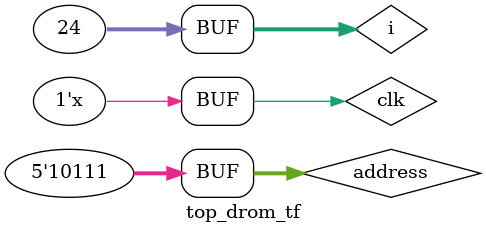
<source format=v>

`timescale 1ns / 1ns

module top_drom_tf();

// Inputs
   reg [4:0] address;
   reg clk;

// Output
   wire sel_fpgasel;
   wire sel_dac1;
   wire [4:0] sel_vers;
   wire [15:0] sel_counters;
   wire sel_pencoder;
   integer i;
// Bidirs

// Instantiate the UUT
   top_drom UUT (
		.sel_fpgasel(sel_fpgasel), 
		.sel_dac1(sel_dac1), 
		.sel_vers(sel_vers), 
		.sel_counters(sel_counters), 
		.sel_pencoder(sel_pencoder), 
		.address(address), 
		.clk(clk)
   );
// Initialize Inputs
       	initial begin
		address = 31;
		clk = 0;
		for (i=0;i<24;i=i+1)
			begin
			#100 address = i;
	  		end
		end
always 
#10 clk = ~clk;
endmodule

</source>
